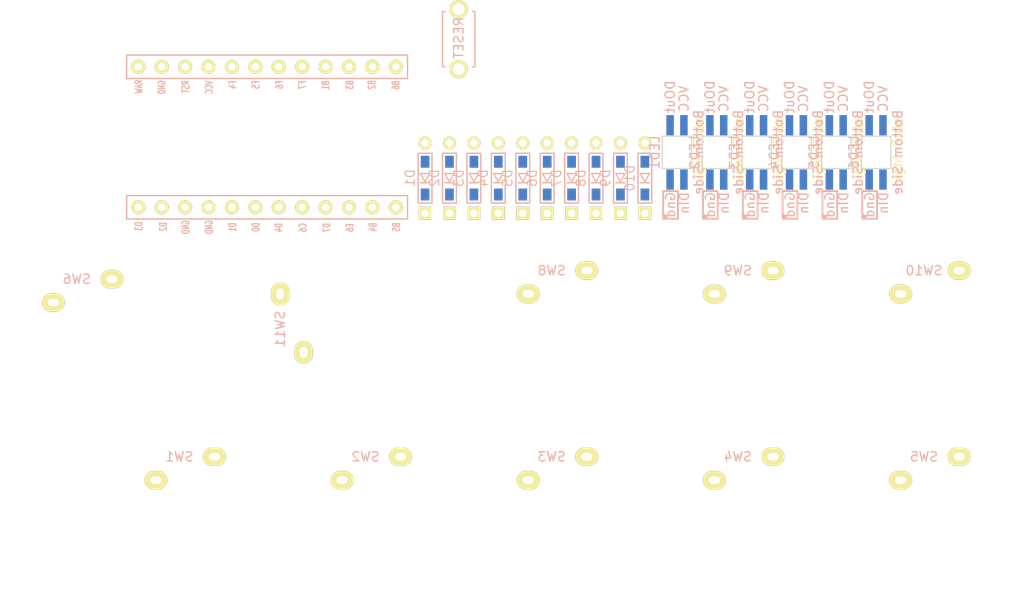
<source format=kicad_pcb>
(kicad_pcb (version 20221018) (generator pcbnew)
  (layers (0 "F.Cu" signal) (31 "B.Cu" signal) (34 "B.Paste" user) (35 "F.Paste" user) (36 "B.SilkS" user "B.Silkscreen") (37 "F.SilkS" user "F.Silkscreen") (38 "B.Mask" user) (39 "F.Mask" user) (44 "Edge.Cuts" user))
  (net 0 "")
  (net 1 "Net-(D1-A)")
  (net 2 "Low0")
  (net 3 "Net-(D2-A)")
  (net 4 "Low1")
  (net 5 "Net-(D3-A)")
  (net 6 "Net-(D4-A)")
  (net 7 "Net-(D5-A)")
  (net 8 "Net-(D6-A)")
  (net 9 "Net-(D7-A)")
  (net 10 "Net-(D8-A)")
  (net 11 "Net-(D9-A)")
  (net 12 "Net-(D10-A)")
  (net 13 "VCC")
  (net 14 "Net-(LED1-DOUT)")
  (net 15 "GND")
  (net 16 "LED")
  (net 17 "Net-(LED2-DOUT)")
  (net 18 "Net-(LED3-DOUT)")
  (net 19 "Net-(LED4-DOUT)")
  (net 20 "Net-(LED5-DOUT)")
  (net 22 "Col0")
  (net 23 "Col1")
  (net 24 "Rest")
  (net 33 "Col2")
  (net 34 "Col3")
  (net 35 "Col4")
  (footprint "kbd_SW:CherryMX_Solder_1u" (layer "F.Cu") (at 104.775 99.24 90)
    (fp_text reference "SW11" (at -1.27 -5.08 90) (layer "B.SilkS") (effects (justify mirror)))
    (fp_text value "SW_PUSH" hide)
    (pad "" np_thru_hole circle (at -5.08 0 180) (size 1.9 1.9) (drill 1.9) (layers "*.Cu" "*.Mask"))
    (pad "" np_thru_hole circle (at 0 0 180) (size 4 4) (drill 4) (layers "*.Cu" "*.Mask"))
    (pad "" np_thru_hole circle (at 5.08 0 180) (size 1.9 1.9) (drill 1.9) (layers "*.Cu" "*.Mask"))
    (pad "1" thru_hole oval (at -3.81 -2.54 90) (size 2.5 2) (drill oval 1.2 0.8) (layers "*.Cu" "F.SilkS" "B.Mask") (net 35 "Col4"))
    (pad "2" thru_hole oval (at 2.54 -5.08 90) (size 2.5 2) (drill oval 1.2 0.8) (layers "*.Cu" "F.SilkS" "B.Mask") (net 12 "Net-(D10-A)"))
  )
  (footprint "kbd_Parts:Micon_ProMicro" (layer "F.Cu") (at 97.513 78.405 90)
    (fp_text reference "U1" hide)
    (fp_text value "ProMicro" hide)
    (fp_text user "GND" (at -11.049 -8.0645 90) (layer "B.SilkS") (effects (font (size 0.75 0.5) (thickness 0.125)) (justify mirror)))
    (fp_text user "RAW" (at 4.191 -13.1445 90) (layer "B.SilkS") (effects (font (size 0.75 0.5) (thickness 0.125)) (justify mirror)))
    (fp_text user "B3" (at 4.4 9.75 90) (layer "B.SilkS") (effects (font (size 0.75 0.5) (thickness 0.125)) (justify mirror)))
    (fp_text user "" (at -1.2065 -16.256 90) (layer "B.SilkS") (effects (justify mirror)))
    (fp_text user "C6" (at -11.1 4.6355 90) (layer "B.SilkS") (effects (font (size 0.75 0.5) (thickness 0.125)) (justify mirror)))
    (fp_text user "D3" (at -10.949 -13.1445 90) (layer "B.SilkS") (effects (font (size 0.75 0.5) (thickness 0.125)) (justify mirror)))
    (fp_text user "B4" (at -11.049 12.2555 90) (layer "B.SilkS") (effects (font (size 0.75 0.5) (thickness 0.125)) (justify mirror)))
    (fp_text user "F7" (at 4.4 4.6 90) (layer "B.SilkS") (effects (font (size 0.75 0.5) (thickness 0.125)) (justify mirror)))
    (fp_text user "VCC" (at 4.1275 -5.5245 90) (layer "B.SilkS") (effects (font (size 0.75 0.5) (thickness 0.125)) (justify mirror)))
    (fp_text user "B6" (at 4.345 14.732 90) (layer "B.SilkS") (effects (font (size 0.75 0.5) (thickness 0.125)) (justify mirror)))
    (fp_text user "D1" (at -11.049 -2.9845 90) (layer "B.SilkS") (effects (font (size 0.75 0.5) (thickness 0.125)) (justify mirror)))
    (fp_text user "B1" (at 4.35 7.112 90) (layer "B.SilkS") (effects (font (size 0.75 0.5) (thickness 0.125)) (justify mirror)))
    (fp_text user "D4" (at -11.1 2.032 90) (layer "B.SilkS") (effects (font (size 0.75 0.5) (thickness 0.125)) (justify mirror)))
    (fp_text user "F4" (at 4.4 -2.95 90) (layer "B.SilkS") (effects (font (size 0.75 0.5) (thickness 0.125)) (justify mirror)))
    (fp_text user "B2" (at 4.4085 12.1285 90) (layer "B.SilkS") (effects (font (size 0.75 0.5) (thickness 0.125)) (justify mirror)))
    (fp_text user "GND" (at 4.1275 -10.668 90) (layer "B.SilkS") (effects (font (size 0.75 0.5) (thickness 0.125)) (justify mirror)))
    (fp_text user "F6" (at 4.4 2.1 90) (layer "B.SilkS") (effects (font (size 0.75 0.5) (thickness 0.125)) (justify mirror)))
    (fp_text user "D0" (at -11.049 -0.4445 90) (layer "B.SilkS") (effects (font (size 0.75 0.5) (thickness 0.125)) (justify mirror)))
    (fp_text user "D7" (at -11.1 7.239 90) (layer "B.SilkS") (effects (font (size 0.75 0.5) (thickness 0.125)) (justify mirror)))
    (fp_text user "GND" (at -11.049 -5.5245 90) (layer "B.SilkS") (effects (font (size 0.75 0.5) (thickness 0.125)) (justify mirror)))
    (fp_text user "F5" (at 4.4 -0.4445 90) (layer "B.SilkS") (effects (font (size 0.75 0.5) (thickness 0.125)) (justify mirror)))
    (fp_text user "D2" (at -11 -10.5 90) (layer "B.SilkS") (effects (font (size 0.75 0.5) (thickness 0.125)) (justify mirror)))
    (fp_text user "RST" (at 4.191 -8.0645 90) (layer "B.SilkS") (effects (font (size 0.75 0.5) (thickness 0.125)) (justify mirror)))
    (fp_text user "E6" (at -11.1 9.75 90) (layer "B.SilkS") (effects (font (size 0.75 0.5) (thickness 0.125)) (justify mirror)))
    (fp_text user "B5" (at -11.049 14.7955 90) (layer "B.SilkS") (effects (font (size 0.75 0.5) (thickness 0.125)) (justify mirror)))
    (fp_text user "" (at -0.5 -17.25 90) (layer "F.SilkS"))
    (fp_line (start -10.16 -14.478) (end -7.62 -14.478) (stroke (width 0.15)) (layer "B.SilkS"))
    (fp_line (start -10.16 16.002) (end -10.16 -14.478) (stroke (width 0.15)) (layer "B.SilkS"))
    (fp_line (start -7.62 -14.478) (end -7.62 16.002) (stroke (width 0.15)) (layer "B.SilkS"))
    (fp_line (start -7.62 16.002) (end -10.16 16.002) (stroke (width 0.15)) (layer "B.SilkS"))
    (fp_line (start 5.08 -14.478) (end 7.62 -14.478) (stroke (width 0.15)) (layer "B.SilkS"))
    (fp_line (start 5.08 16.002) (end 5.08 -14.478) (stroke (width 0.15)) (layer "B.SilkS"))
    (fp_line (start 7.62 -14.478) (end 7.62 16.002) (stroke (width 0.15)) (layer "B.SilkS"))
    (fp_line (start 7.62 16.002) (end 5.08 16.002) (stroke (width 0.15)) (layer "B.SilkS"))
    (pad "1" thru_hole circle (at -8.89 -13.208 90) (size 1.524 1.524) (drill 0.8128) (layers "*.Cu" "*.Mask" "F.SilkS"))
    (pad "2" thru_hole circle (at -8.89 -10.668 90) (size 1.524 1.524) (drill 0.8128) (layers "*.Cu" "*.Mask" "F.SilkS") (net 16 "LED"))
    (pad "3" thru_hole circle (at -8.89 -8.128 90) (size 1.524 1.524) (drill 0.8128) (layers "*.Cu" "*.Mask" "F.SilkS") (net 15 "GND"))
    (pad "4" thru_hole circle (at -8.89 -5.588 90) (size 1.524 1.524) (drill 0.8128) (layers "*.Cu" "*.Mask" "F.SilkS") (net 15 "GND"))
    (pad "5" thru_hole circle (at -8.89 -3.048 90) (size 1.524 1.524) (drill 0.8128) (layers "*.Cu" "*.Mask" "F.SilkS"))
    (pad "6" thru_hole circle (at -8.89 -0.508 90) (size 1.524 1.524) (drill 0.8128) (layers "*.Cu" "*.Mask" "F.SilkS"))
    (pad "7" thru_hole circle (at -8.89 2.032 90) (size 1.524 1.524) (drill 0.8128) (layers "*.Cu" "*.Mask" "F.SilkS") (net 2 "Low0"))
    (pad "8" thru_hole circle (at -8.89 4.572 90) (size 1.524 1.524) (drill 0.8128) (layers "*.Cu" "*.Mask" "F.SilkS") (net 4 "Low1"))
    (pad "9" thru_hole circle (at -8.89 7.112 90) (size 1.524 1.524) (drill 0.8128) (layers "*.Cu" "*.Mask" "F.SilkS"))
    (pad "10" thru_hole circle (at -8.89 9.652 90) (size 1.524 1.524) (drill 0.8128) (layers "*.Cu" "*.Mask" "F.SilkS"))
    (pad "11" thru_hole circle (at -8.89 12.192 90) (size 1.524 1.524) (drill 0.8128) (layers "*.Cu" "*.Mask" "F.SilkS"))
    (pad "12" thru_hole circle (at -8.89 14.732 90) (size 1.524 1.524) (drill 0.8128) (layers "*.Cu" "*.Mask" "F.SilkS"))
    (pad "13" thru_hole circle (at 6.35 14.732 90) (size 1.524 1.524) (drill 0.8128) (layers "*.Cu" "*.Mask" "F.SilkS"))
    (pad "14" thru_hole circle (at 6.35 12.192 90) (size 1.524 1.524) (drill 0.8128) (layers "*.Cu" "*.Mask" "F.SilkS"))
    (pad "15" thru_hole circle (at 6.35 9.652 90) (size 1.524 1.524) (drill 0.8128) (layers "*.Cu" "*.Mask" "F.SilkS"))
    (pad "16" thru_hole circle (at 6.35 7.112 90) (size 1.524 1.524) (drill 0.8128) (layers "*.Cu" "*.Mask" "F.SilkS") (net 35 "Col4"))
    (pad "17" thru_hole circle (at 6.35 4.572 90) (size 1.524 1.524) (drill 0.8128) (layers "*.Cu" "*.Mask" "F.SilkS") (net 34 "Col3"))
    (pad "18" thru_hole circle (at 6.35 2.032 90) (size 1.524 1.524) (drill 0.8128) (layers "*.Cu" "*.Mask" "F.SilkS") (net 33 "Col2"))
    (pad "19" thru_hole circle (at 6.35 -0.508 90) (size 1.524 1.524) (drill 0.8128) (layers "*.Cu" "*.Mask" "F.SilkS") (net 23 "Col1"))
    (pad "20" thru_hole circle (at 6.35 -3.048 90) (size 1.524 1.524) (drill 0.8128) (layers "*.Cu" "*.Mask" "F.SilkS") (net 22 "Col0"))
    (pad "21" thru_hole circle (at 6.35 -5.588 90) (size 1.524 1.524) (drill 0.8128) (layers "*.Cu" "*.Mask" "F.SilkS") (net 13 "VCC"))
    (pad "22" thru_hole circle (at 6.35 -8.128 90) (size 1.524 1.524) (drill 0.8128) (layers "*.Cu" "*.Mask" "F.SilkS") (net 24 "Rest"))
    (pad "23" thru_hole circle (at 6.35 -10.668 90) (size 1.524 1.524) (drill 0.8128) (layers "*.Cu" "*.Mask" "F.SilkS") (net 15 "GND"))
    (pad "24" thru_hole circle (at 6.35 -13.208 90) (size 1.524 1.524) (drill 0.8128) (layers "*.Cu" "*.Mask" "F.SilkS"))
  )
  (footprint "kbd_Parts:LED_SK6812MINI-E_BL" (layer "F.Cu") (at 151.39 81.34 90)
    (fp_text reference "LED3" (at 0 -2.4 90) (layer "B.SilkS") (effects (justify mirror)))
    (fp_text value "LED_SK6812MINI-E")
    (fp_text user "Gnd" (at -5.69 -0.7 90) (layer "B.SilkS") (effects (justify mirror)))
    (fp_text user "VCC" (at 5.82 0.75 90) (layer "B.SilkS") (effects (justify mirror)))
    (fp_text user "DIn" (at -5.49 0.79 90) (layer "B.SilkS") (effects (justify mirror)))
    (fp_text user "DOut" (at 6.03 -0.75 90) (layer "B.SilkS") (effects (justify mirror)))
    (fp_text user "Bottom Side" (at 0 2.35 90) (layer "B.SilkS") (effects (justify mirror)))
    (fp_text user "Light Side" (at 0 2.35 90) (layer "F.SilkS"))
    (fp_line (start -7.2 -1.5) (end -4.2 -1.5) (stroke (width 0.2)) (layer "B.SilkS"))
    (fp_line (start -7.2 0.1) (end -7.2 -1.5) (stroke (width 0.2)) (layer "B.SilkS"))
    (fp_line (start -4.2 -1.5) (end -4.2 0.1) (stroke (width 0.2)) (layer "B.SilkS"))
    (fp_line (start -4.2 0.1) (end -7.2 0.1) (stroke (width 0.2)) (layer "B.SilkS"))
    (fp_poly (pts (xy -6.6 -1.5) (xy -7.2 -1.5) (xy -7.2 -0.9)) (stroke (width 0.1)) (fill solid) (layer "B.SilkS"))
    (fp_line (start -1.75 -1.6) (end 1.75 -1.6) (stroke (width 0.12)) (layer "Edge.Cuts"))
    (fp_line (start -1.75 1.6) (end -1.75 -1.6) (stroke (width 0.12)) (layer "Edge.Cuts"))
    (fp_line (start 1.75 -1.6) (end 1.75 1.6) (stroke (width 0.12)) (layer "Edge.Cuts"))
    (fp_line (start 1.75 1.6) (end -1.75 1.6) (stroke (width 0.12)) (layer "Edge.Cuts"))
    (pad "1" smd rect (at 2.6 -0.75 90) (size 2.2 0.82) (drill (offset 0.35 0)) (layers "B.Cu" "B.Paste" "B.Mask") (net 18 "Net-(LED3-DOUT)"))
    (pad "2" smd rect (at -2.6 -0.75 90) (size 2.2 0.82) (drill (offset -0.35 0)) (layers "B.Cu" "B.Paste" "B.Mask") (net 15 "GND"))
    (pad "3" smd rect (at -2.6 0.75 90) (size 2.2 0.82) (drill (offset -0.35 0)) (layers "B.Cu" "B.Paste" "B.Mask") (net 17 "Net-(LED2-DOUT)"))
    (pad "4" smd rect (at 2.6 0.75 90) (size 2.2 0.82) (drill (offset 0.35 0)) (layers "B.Cu" "B.Paste" "B.Mask") (net 13 "VCC"))
  )
  (footprint "kbd_Parts:Diode_TH_SMD" (layer "F.Cu") (at 126.015 84.1315 90)
    (fp_text reference "D5" (at 0 -1.63 90) (layer "B.SilkS") (effects (font (thickness 0.125)) (justify mirror)))
    (fp_text value "D" hide)
    (fp_line (start -2.7 -0.75) (end -2.7 0.75) (stroke (width 0.15)) (layer "B.SilkS"))
    (fp_line (start -2.7 0.75) (end 2.7 0.75) (stroke (width 0.15)) (layer "B.SilkS"))
    (fp_line (start -0.5 -0.5) (end -0.5 0.5) (stroke (width 0.15)) (layer "B.SilkS"))
    (fp_line (start -0.4 0) (end 0.5 -0.5) (stroke (width 0.15)) (layer "B.SilkS"))
    (fp_line (start 0.5 -0.5) (end 0.5 0.5) (stroke (width 0.15)) (layer "B.SilkS"))
    (fp_line (start 0.5 0.5) (end -0.4 0) (stroke (width 0.15)) (layer "B.SilkS"))
    (fp_line (start 2.7 -0.75) (end -2.7 -0.75) (stroke (width 0.15)) (layer "B.SilkS"))
    (fp_line (start 2.7 0.75) (end 2.7 -0.75) (stroke (width 0.15)) (layer "B.SilkS"))
    (pad "1" thru_hole rect (at -3.81 0 90) (size 1.397 1.397) (drill 0.8128) (layers "*.Cu" "*.Mask" "F.SilkS") (net 2 "Low0"))
    (pad "1" smd rect (at -1.775 0 90) (size 1.3 0.95) (layers "B.Cu" "B.Paste" "B.Mask") (net 2 "Low0"))
    (pad "2" smd rect (at 1.775 0 90) (size 1.3 0.95) (layers "B.Cu" "B.Paste" "B.Mask") (net 7 "Net-(D5-A)"))
    (pad "2" thru_hole circle (at 3.81 0 90) (size 1.397 1.397) (drill 0.8128) (layers "*.Cu" "*.Mask" "F.SilkS") (net 7 "Net-(D5-A)"))
  )
  (footprint "kbd_Parts:LED_SK6812MINI-E_BL" (layer "F.Cu") (at 142.75 81.34 90)
    (fp_text reference "LED1" (at 0 -2.4 90) (layer "B.SilkS") (effects (justify mirror)))
    (fp_text value "LED_SK6812MINI-E")
    (fp_text user "VCC" (at 5.82 0.75 90) (layer "B.SilkS") (effects (justify mirror)))
    (fp_text user "Bottom Side" (at 0 2.35 90) (layer "B.SilkS") (effects (justify mirror)))
    (fp_text user "DOut" (at 6.03 -0.75 90) (layer "B.SilkS") (effects (justify mirror)))
    (fp_text user "DIn" (at -5.49 0.79 90) (layer "B.SilkS") (effects (justify mirror)))
    (fp_text user "Gnd" (at -5.69 -0.7 90) (layer "B.SilkS") (effects (justify mirror)))
    (fp_text user "Light Side" (at 0 2.35 90) (layer "F.SilkS"))
    (fp_line (start -7.2 -1.5) (end -4.2 -1.5) (stroke (width 0.2)) (layer "B.SilkS"))
    (fp_line (start -7.2 0.1) (end -7.2 -1.5) (stroke (width 0.2)) (layer "B.SilkS"))
    (fp_line (start -4.2 -1.5) (end -4.2 0.1) (stroke (width 0.2)) (layer "B.SilkS"))
    (fp_line (start -4.2 0.1) (end -7.2 0.1) (stroke (width 0.2)) (layer "B.SilkS"))
    (fp_poly (pts (xy -6.6 -1.5) (xy -7.2 -1.5) (xy -7.2 -0.9)) (stroke (width 0.1)) (fill solid) (layer "B.SilkS"))
    (fp_line (start -1.75 -1.6) (end 1.75 -1.6) (stroke (width 0.12)) (layer "Edge.Cuts"))
    (fp_line (start -1.75 1.6) (end -1.75 -1.6) (stroke (width 0.12)) (layer "Edge.Cuts"))
    (fp_line (start 1.75 -1.6) (end 1.75 1.6) (stroke (width 0.12)) (layer "Edge.Cuts"))
    (fp_line (start 1.75 1.6) (end -1.75 1.6) (stroke (width 0.12)) (layer "Edge.Cuts"))
    (pad "1" smd rect (at 2.6 -0.75 90) (size 2.2 0.82) (drill (offset 0.35 0)) (layers "B.Cu" "B.Paste" "B.Mask") (net 14 "Net-(LED1-DOUT)"))
    (pad "2" smd rect (at -2.6 -0.75 90) (size 2.2 0.82) (drill (offset -0.35 0)) (layers "B.Cu" "B.Paste" "B.Mask") (net 15 "GND"))
    (pad "3" smd rect (at -2.6 0.75 90) (size 2.2 0.82) (drill (offset -0.35 0)) (layers "B.Cu" "B.Paste" "B.Mask") (net 16 "LED"))
    (pad "4" smd rect (at 2.6 0.75 90) (size 2.2 0.82) (drill (offset 0.35 0)) (layers "B.Cu" "B.Paste" "B.Mask") (net 13 "VCC"))
  )
  (footprint "kbd_Parts:Diode_TH_SMD" (layer "F.Cu") (at 123.365 84.1315 90)
    (fp_text reference "D4" (at 0 -1.63 90) (layer "B.SilkS") (effects (font (thickness 0.125)) (justify mirror)))
    (fp_text value "D" hide)
    (fp_line (start -2.7 -0.75) (end -2.7 0.75) (stroke (width 0.15)) (layer "B.SilkS"))
    (fp_line (start -2.7 0.75) (end 2.7 0.75) (stroke (width 0.15)) (layer "B.SilkS"))
    (fp_line (start -0.5 -0.5) (end -0.5 0.5) (stroke (width 0.15)) (layer "B.SilkS"))
    (fp_line (start -0.4 0) (end 0.5 -0.5) (stroke (width 0.15)) (layer "B.SilkS"))
    (fp_line (start 0.5 -0.5) (end 0.5 0.5) (stroke (width 0.15)) (layer "B.SilkS"))
    (fp_line (start 0.5 0.5) (end -0.4 0) (stroke (width 0.15)) (layer "B.SilkS"))
    (fp_line (start 2.7 -0.75) (end -2.7 -0.75) (stroke (width 0.15)) (layer "B.SilkS"))
    (fp_line (start 2.7 0.75) (end 2.7 -0.75) (stroke (width 0.15)) (layer "B.SilkS"))
    (pad "1" thru_hole rect (at -3.81 0 90) (size 1.397 1.397) (drill 0.8128) (layers "*.Cu" "*.Mask" "F.SilkS") (net 4 "Low1"))
    (pad "1" smd rect (at -1.775 0 90) (size 1.3 0.95) (layers "B.Cu" "B.Paste" "B.Mask") (net 4 "Low1"))
    (pad "2" smd rect (at 1.775 0 90) (size 1.3 0.95) (layers "B.Cu" "B.Paste" "B.Mask") (net 6 "Net-(D4-A)"))
    (pad "2" thru_hole circle (at 3.81 0 90) (size 1.397 1.397) (drill 0.8128) (layers "*.Cu" "*.Mask" "F.SilkS") (net 6 "Net-(D4-A)"))
  )
  (footprint "kbd_SW:CherryMX_Solder_1u" (layer "F.Cu") (at 90.02 119.44)
    (fp_text reference "SW1" (at -1.27 -5.08) (layer "B.SilkS") (effects (justify mirror)))
    (fp_text value "SW_PUSH" hide)
    (pad "" np_thru_hole circle (at -5.08 0 90) (size 1.9 1.9) (drill 1.9) (layers "*.Cu" "*.Mask"))
    (pad "" np_thru_hole circle (at 0 0 90) (size 4 4) (drill 4) (layers "*.Cu" "*.Mask"))
    (pad "" np_thru_hole circle (at 5.08 0 90) (size 1.9 1.9) (drill 1.9) (layers "*.Cu" "*.Mask"))
    (pad "1" thru_hole oval (at -3.81 -2.54) (size 2.5 2) (drill oval 1.2 0.8) (layers "*.Cu" "F.SilkS" "B.Mask") (net 22 "Col0"))
    (pad "2" thru_hole oval (at 2.54 -5.08) (size 2.5 2) (drill oval 1.2 0.8) (layers "*.Cu" "F.SilkS" "B.Mask") (net 1 "Net-(D1-A)"))
  )
  (footprint "kbd_Parts:LED_SK6812MINI-E_BL" (layer "F.Cu") (at 164.35 81.34 90)
    (fp_text reference "LED6" (at 0 -2.4 90) (layer "B.SilkS") (effects (justify mirror)))
    (fp_text value "LED_SK6812MINI-E")
    (fp_text user "DIn" (at -5.49 0.79 90) (layer "B.SilkS") (effects (justify mirror)))
    (fp_text user "VCC" (at 5.82 0.75 90) (layer "B.SilkS") (effects (justify mirror)))
    (fp_text user "DOut" (at 6.03 -0.75 90) (layer "B.SilkS") (effects (justify mirror)))
    (fp_text user "Bottom Side" (at 0 2.35 90) (layer "B.SilkS") (effects (justify mirror)))
    (fp_text user "Gnd" (at -5.69 -0.7 90) (layer "B.SilkS") (effects (justify mirror)))
    (fp_text user "Light Side" (at 0 2.35 90) (layer "F.SilkS"))
    (fp_line (start -7.2 -1.5) (end -4.2 -1.5) (stroke (width 0.2)) (layer "B.SilkS"))
    (fp_line (start -7.2 0.1) (end -7.2 -1.5) (stroke (width 0.2)) (layer "B.SilkS"))
    (fp_line (start -4.2 -1.5) (end -4.2 0.1) (stroke (width 0.2)) (layer "B.SilkS"))
    (fp_line (start -4.2 0.1) (end -7.2 0.1) (stroke (width 0.2)) (layer "B.SilkS"))
    (fp_poly (pts (xy -6.6 -1.5) (xy -7.2 -1.5) (xy -7.2 -0.9)) (stroke (width 0.1)) (fill solid) (layer "B.SilkS"))
    (fp_line (start -1.75 -1.6) (end 1.75 -1.6) (stroke (width 0.12)) (layer "Edge.Cuts"))
    (fp_line (start -1.75 1.6) (end -1.75 -1.6) (stroke (width 0.12)) (layer "Edge.Cuts"))
    (fp_line (start 1.75 -1.6) (end 1.75 1.6) (stroke (width 0.12)) (layer "Edge.Cuts"))
    (fp_line (start 1.75 1.6) (end -1.75 1.6) (stroke (width 0.12)) (layer "Edge.Cuts"))
    (pad "1" smd rect (at 2.6 -0.75 90) (size 2.2 0.82) (drill (offset 0.35 0)) (layers "B.Cu" "B.Paste" "B.Mask"))
    (pad "2" smd rect (at -2.6 -0.75 90) (size 2.2 0.82) (drill (offset -0.35 0)) (layers "B.Cu" "B.Paste" "B.Mask") (net 15 "GND"))
    (pad "3" smd rect (at -2.6 0.75 90) (size 2.2 0.82) (drill (offset -0.35 0)) (layers "B.Cu" "B.Paste" "B.Mask") (net 20 "Net-(LED5-DOUT)"))
    (pad "4" smd rect (at 2.6 0.75 90) (size 2.2 0.82) (drill (offset 0.35 0)) (layers "B.Cu" "B.Paste" "B.Mask") (net 13 "VCC"))
  )
  (footprint "kbd_Parts:Diode_TH_SMD" (layer "F.Cu") (at 133.965 84.1315 90)
    (fp_text reference "D8" (at 0 -1.63 90) (layer "B.SilkS") (effects (font (thickness 0.125)) (justify mirror)))
    (fp_text value "D" hide)
    (fp_line (start -2.7 -0.75) (end -2.7 0.75) (stroke (width 0.15)) (layer "B.SilkS"))
    (fp_line (start -2.7 0.75) (end 2.7 0.75) (stroke (width 0.15)) (layer "B.SilkS"))
    (fp_line (start -0.5 -0.5) (end -0.5 0.5) (stroke (width 0.15)) (layer "B.SilkS"))
    (fp_line (start -0.4 0) (end 0.5 -0.5) (stroke (width 0.15)) (layer "B.SilkS"))
    (fp_line (start 0.5 -0.5) (end 0.5 0.5) (stroke (width 0.15)) (layer "B.SilkS"))
    (fp_line (start 0.5 0.5) (end -0.4 0) (stroke (width 0.15)) (layer "B.SilkS"))
    (fp_line (start 2.7 -0.75) (end -2.7 -0.75) (stroke (width 0.15)) (layer "B.SilkS"))
    (fp_line (start 2.7 0.75) (end 2.7 -0.75) (stroke (width 0.15)) (layer "B.SilkS"))
    (pad "1" thru_hole rect (at -3.81 0 90) (size 1.397 1.397) (drill 0.8128) (layers "*.Cu" "*.Mask" "F.SilkS") (net 4 "Low1"))
    (pad "1" smd rect (at -1.775 0 90) (size 1.3 0.95) (layers "B.Cu" "B.Paste" "B.Mask") (net 4 "Low1"))
    (pad "2" smd rect (at 1.775 0 90) (size 1.3 0.95) (layers "B.Cu" "B.Paste" "B.Mask") (net 10 "Net-(D8-A)"))
    (pad "2" thru_hole circle (at 3.81 0 90) (size 1.397 1.397) (drill 0.8128) (layers "*.Cu" "*.Mask" "F.SilkS") (net 10 "Net-(D8-A)"))
  )
  (footprint "kbd_Parts:Diode_TH_SMD" (layer "F.Cu") (at 115.415 84.1315 90)
    (fp_text reference "D1" (at 0 -1.63 90) (layer "B.SilkS") (effects (font (thickness 0.125)) (justify mirror)))
    (fp_text value "D" hide)
    (fp_line (start -2.7 -0.75) (end -2.7 0.75) (stroke (width 0.15)) (layer "B.SilkS"))
    (fp_line (start -2.7 0.75) (end 2.7 0.75) (stroke (width 0.15)) (layer "B.SilkS"))
    (fp_line (start -0.5 -0.5) (end -0.5 0.5) (stroke (width 0.15)) (layer "B.SilkS"))
    (fp_line (start -0.4 0) (end 0.5 -0.5) (stroke (width 0.15)) (layer "B.SilkS"))
    (fp_line (start 0.5 -0.5) (end 0.5 0.5) (stroke (width 0.15)) (layer "B.SilkS"))
    (fp_line (start 0.5 0.5) (end -0.4 0) (stroke (width 0.15)) (layer "B.SilkS"))
    (fp_line (start 2.7 -0.75) (end -2.7 -0.75) (stroke (width 0.15)) (layer "B.SilkS"))
    (fp_line (start 2.7 0.75) (end 2.7 -0.75) (stroke (width 0.15)) (layer "B.SilkS"))
    (pad "1" thru_hole rect (at -3.81 0 90) (size 1.397 1.397) (drill 0.8128) (layers "*.Cu" "*.Mask" "F.SilkS") (net 2 "Low0"))
    (pad "1" smd rect (at -1.775 0 90) (size 1.3 0.95) (layers "B.Cu" "B.Paste" "B.Mask") (net 2 "Low0"))
    (pad "2" smd rect (at 1.775 0 90) (size 1.3 0.95) (layers "B.Cu" "B.Paste" "B.Mask") (net 1 "Net-(D1-A)"))
    (pad "2" thru_hole circle (at 3.81 0 90) (size 1.397 1.397) (drill 0.8128) (layers "*.Cu" "*.Mask" "F.SilkS") (net 1 "Net-(D1-A)"))
  )
  (footprint "kbd_SW:CherryMX_Solder_1u" (layer "F.Cu") (at 78.89875 100.17125)
    (fp_text reference "SW6" (at -1.27 -5.08) (layer "B.SilkS") (effects (justify mirror)))
    (fp_text value "SW_PUSH" hide)
    (pad "" np_thru_hole circle (at -5.08 0 90) (size 1.9 1.9) (drill 1.9) (layers "*.Cu" "*.Mask"))
    (pad "" np_thru_hole circle (at 0 0 90) (size 4 4) (drill 4) (layers "*.Cu" "*.Mask"))
    (pad "" np_thru_hole circle (at 5.08 0 90) (size 1.9 1.9) (drill 1.9) (layers "*.Cu" "*.Mask"))
    (pad "1" thru_hole oval (at -3.81 -2.54) (size 2.5 2) (drill oval 1.2 0.8) (layers "*.Cu" "F.SilkS" "B.Mask") (net 33 "Col2"))
    (pad "2" thru_hole oval (at 2.54 -5.08) (size 2.5 2) (drill oval 1.2 0.8) (layers "*.Cu" "F.SilkS" "B.Mask") (net 8 "Net-(D6-A)"))
  )
  (footprint "kbd_Parts:Diode_TH_SMD" (layer "F.Cu") (at 136.615 84.1315 90)
    (fp_text reference "D9" (at 0 -1.63 90) (layer "B.SilkS") (effects (font (thickness 0.125)) (justify mirror)))
    (fp_text value "D" hide)
    (fp_line (start -2.7 -0.75) (end -2.7 0.75) (stroke (width 0.15)) (layer "B.SilkS"))
    (fp_line (start -2.7 0.75) (end 2.7 0.75) (stroke (width 0.15)) (layer "B.SilkS"))
    (fp_line (start -0.5 -0.5) (end -0.5 0.5) (stroke (width 0.15)) (layer "B.SilkS"))
    (fp_line (start -0.4 0) (end 0.5 -0.5) (stroke (width 0.15)) (layer "B.SilkS"))
    (fp_line (start 0.5 -0.5) (end 0.5 0.5) (stroke (width 0.15)) (layer "B.SilkS"))
    (fp_line (start 0.5 0.5) (end -0.4 0) (stroke (width 0.15)) (layer "B.SilkS"))
    (fp_line (start 2.7 -0.75) (end -2.7 -0.75) (stroke (width 0.15)) (layer "B.SilkS"))
    (fp_line (start 2.7 0.75) (end 2.7 -0.75) (stroke (width 0.15)) (layer "B.SilkS"))
    (pad "1" thru_hole rect (at -3.81 0 90) (size 1.397 1.397) (drill 0.8128) (layers "*.Cu" "*.Mask" "F.SilkS") (net 2 "Low0"))
    (pad "1" smd rect (at -1.775 0 90) (size 1.3 0.95) (layers "B.Cu" "B.Paste" "B.Mask") (net 2 "Low0"))
    (pad "2" smd rect (at 1.775 0 90) (size 1.3 0.95) (layers "B.Cu" "B.Paste" "B.Mask") (net 11 "Net-(D9-A)"))
    (pad "2" thru_hole circle (at 3.81 0 90) (size 1.397 1.397) (drill 0.8128) (layers "*.Cu" "*.Mask" "F.SilkS") (net 11 "Net-(D9-A)"))
  )
  (footprint "kbd_Parts:Diode_TH_SMD" (layer "F.Cu") (at 139.265 84.1315 90)
    (fp_text reference "D10" (at 0 -1.63 90) (layer "B.SilkS") (effects (font (thickness 0.125)) (justify mirror)))
    (fp_text value "D" hide)
    (fp_line (start -2.7 -0.75) (end -2.7 0.75) (stroke (width 0.15)) (layer "B.SilkS"))
    (fp_line (start -2.7 0.75) (end 2.7 0.75) (stroke (width 0.15)) (layer "B.SilkS"))
    (fp_line (start -0.5 -0.5) (end -0.5 0.5) (stroke (width 0.15)) (layer "B.SilkS"))
    (fp_line (start -0.4 0) (end 0.5 -0.5) (stroke (width 0.15)) (layer "B.SilkS"))
    (fp_line (start 0.5 -0.5) (end 0.5 0.5) (stroke (width 0.15)) (layer "B.SilkS"))
    (fp_line (start 0.5 0.5) (end -0.4 0) (stroke (width 0.15)) (layer "B.SilkS"))
    (fp_line (start 2.7 -0.75) (end -2.7 -0.75) (stroke (width 0.15)) (layer "B.SilkS"))
    (fp_line (start 2.7 0.75) (end 2.7 -0.75) (stroke (width 0.15)) (layer "B.SilkS"))
    (pad "1" thru_hole rect (at -3.81 0 90) (size 1.397 1.397) (drill 0.8128) (layers "*.Cu" "*.Mask" "F.SilkS") (net 4 "Low1"))
    (pad "1" smd rect (at -1.775 0 90) (size 1.3 0.95) (layers "B.Cu" "B.Paste" "B.Mask") (net 4 "Low1"))
    (pad "2" smd rect (at 1.775 0 90) (size 1.3 0.95) (layers "B.Cu" "B.Paste" "B.Mask") (net 12 "Net-(D10-A)"))
    (pad "2" thru_hole circle (at 3.81 0 90) (size 1.397 1.397) (drill 0.8128) (layers "*.Cu" "*.Mask" "F.SilkS") (net 12 "Net-(D10-A)"))
  )
  (footprint "kbd_Parts:LED_SK6812MINI-E_BL" (layer "F.Cu") (at 160.03 81.34 90)
    (fp_text reference "LED5" (at 0 -2.4 90) (layer "B.SilkS") (effects (justify mirror)))
    (fp_text value "LED_SK6812MINI-E")
    (fp_text user "DOut" (at 6.03 -0.75 90) (layer "B.SilkS") (effects (justify mirror)))
    (fp_text user "Bottom Side" (at 0 2.35 90) (layer "B.SilkS") (effects (justify mirror)))
    (fp_text user "DIn" (at -5.49 0.79 90) (layer "B.SilkS") (effects (justify mirror)))
    (fp_text user "VCC" (at 5.82 0.75 90) (layer "B.SilkS") (effects (justify mirror)))
    (fp_text user "Gnd" (at -5.69 -0.7 90) (layer "B.SilkS") (effects (justify mirror)))
    (fp_text user "Light Side" (at 0 2.35 90) (layer "F.SilkS"))
    (fp_line (start -7.2 -1.5) (end -4.2 -1.5) (stroke (width 0.2)) (layer "B.SilkS"))
    (fp_line (start -7.2 0.1) (end -7.2 -1.5) (stroke (width 0.2)) (layer "B.SilkS"))
    (fp_line (start -4.2 -1.5) (end -4.2 0.1) (stroke (width 0.2)) (layer "B.SilkS"))
    (fp_line (start -4.2 0.1) (end -7.2 0.1) (stroke (width 0.2)) (layer "B.SilkS"))
    (fp_poly (pts (xy -6.6 -1.5) (xy -7.2 -1.5) (xy -7.2 -0.9)) (stroke (width 0.1)) (fill solid) (layer "B.SilkS"))
    (fp_line (start -1.75 -1.6) (end 1.75 -1.6) (stroke (width 0.12)) (layer "Edge.Cuts"))
    (fp_line (start -1.75 1.6) (end -1.75 -1.6) (stroke (width 0.12)) (layer "Edge.Cuts"))
    (fp_line (start 1.75 -1.6) (end 1.75 1.6) (stroke (width 0.12)) (layer "Edge.Cuts"))
    (fp_line (start 1.75 1.6) (end -1.75 1.6) (stroke (width 0.12)) (layer "Edge.Cuts"))
    (pad "1" smd rect (at 2.6 -0.75 90) (size 2.2 0.82) (drill (offset 0.35 0)) (layers "B.Cu" "B.Paste" "B.Mask") (net 20 "Net-(LED5-DOUT)"))
    (pad "2" smd rect (at -2.6 -0.75 90) (size 2.2 0.82) (drill (offset -0.35 0)) (layers "B.Cu" "B.Paste" "B.Mask") (net 15 "GND"))
    (pad "3" smd rect (at -2.6 0.75 90) (size 2.2 0.82) (drill (offset -0.35 0)) (layers "B.Cu" "B.Paste" "B.Mask") (net 19 "Net-(LED4-DOUT)"))
    (pad "4" smd rect (at 2.6 0.75 90) (size 2.2 0.82) (drill (offset 0.35 0)) (layers "B.Cu" "B.Paste" "B.Mask") (net 13 "VCC"))
  )
  (footprint "kbd_Parts:LED_SK6812MINI-E_BL" (layer "F.Cu") (at 147.07 81.34 90)
    (fp_text reference "LED2" (at 0 -2.4 90) (layer "B.SilkS") (effects (justify mirror)))
    (fp_text value "LED_SK6812MINI-E")
    (fp_text user "DOut" (at 6.03 -0.75 90) (layer "B.SilkS") (effects (justify mirror)))
    (fp_text user "Gnd" (at -5.69 -0.7 90) (layer "B.SilkS") (effects (justify mirror)))
    (fp_text user "DIn" (at -5.49 0.79 90) (layer "B.SilkS") (effects (justify mirror)))
    (fp_text user "Bottom Side" (at 0 2.35 90) (layer "B.SilkS") (effects (justify mirror)))
    (fp_text user "VCC" (at 5.82 0.75 90) (layer "B.SilkS") (effects (justify mirror)))
    (fp_text user "Light Side" (at 0 2.35 90) (layer "F.SilkS"))
    (fp_line (start -7.2 -1.5) (end -4.2 -1.5) (stroke (width 0.2)) (layer "B.SilkS"))
    (fp_line (start -7.2 0.1) (end -7.2 -1.5) (stroke (width 0.2)) (layer "B.SilkS"))
    (fp_line (start -4.2 -1.5) (end -4.2 0.1) (stroke (width 0.2)) (layer "B.SilkS"))
    (fp_line (start -4.2 0.1) (end -7.2 0.1) (stroke (width 0.2)) (layer "B.SilkS"))
    (fp_poly (pts (xy -6.6 -1.5) (xy -7.2 -1.5) (xy -7.2 -0.9)) (stroke (width 0.1)) (fill solid) (layer "B.SilkS"))
    (fp_line (start -1.75 -1.6) (end 1.75 -1.6) (stroke (width 0.12)) (layer "Edge.Cuts"))
    (fp_line (start -1.75 1.6) (end -1.75 -1.6) (stroke (width 0.12)) (layer "Edge.Cuts"))
    (fp_line (start 1.75 -1.6) (end 1.75 1.6) (stroke (width 0.12)) (layer "Edge.Cuts"))
    (fp_line (start 1.75 1.6) (end -1.75 1.6) (stroke (width 0.12)) (layer "Edge.Cuts"))
    (pad "1" smd rect (at 2.6 -0.75 90) (size 2.2 0.82) (drill (offset 0.35 0)) (layers "B.Cu" "B.Paste" "B.Mask") (net 17 "Net-(LED2-DOUT)"))
    (pad "2" smd rect (at -2.6 -0.75 90) (size 2.2 0.82) (drill (offset -0.35 0)) (layers "B.Cu" "B.Paste" "B.Mask") (net 15 "GND"))
    (pad "3" smd rect (at -2.6 0.75 90) (size 2.2 0.82) (drill (offset -0.35 0)) (layers "B.Cu" "B.Paste" "B.Mask") (net 14 "Net-(LED1-DOUT)"))
    (pad "4" smd rect (at 2.6 0.75 90) (size 2.2 0.82) (drill (offset 0.35 0)) (layers "B.Cu" "B.Paste" "B.Mask") (net 13 "VCC"))
  )
  (footprint "kbd_Parts:LED_SK6812MINI-E_BL" (layer "F.Cu") (at 155.71 81.34 90)
    (fp_text reference "LED4" (at 0 -2.4 90) (layer "B.SilkS") (effects (justify mirror)))
    (fp_text value "LED_SK6812MINI-E")
    (fp_text user "DIn" (at -5.49 0.79 90) (layer "B.SilkS") (effects (justify mirror)))
    (fp_text user "Bottom Side" (at 0 2.35 90) (layer "B.SilkS") (effects (justify mirror)))
    (fp_text user "Gnd" (at -5.69 -0.7 90) (layer "B.SilkS") (effects (justify mirror)))
    (fp_text user "VCC" (at 5.82 0.75 90) (layer "B.SilkS") (effects (justify mirror)))
    (fp_text user "DOut" (at 6.03 -0.75 90) (layer "B.SilkS") (effects (justify mirror)))
    (fp_text user "Light Side" (at 0 2.35 90) (layer "F.SilkS"))
    (fp_line (start -7.2 -1.5) (end -4.2 -1.5) (stroke (width 0.2)) (layer "B.SilkS"))
    (fp_line (start -7.2 0.1) (end -7.2 -1.5) (stroke (width 0.2)) (layer "B.SilkS"))
    (fp_line (start -4.2 -1.5) (end -4.2 0.1) (stroke (width 0.2)) (layer "B.SilkS"))
    (fp_line (start -4.2 0.1) (end -7.2 0.1) (stroke (width 0.2)) (layer "B.SilkS"))
    (fp_poly (pts (xy -6.6 -1.5) (xy -7.2 -1.5) (xy -7.2 -0.9)) (stroke (width 0.1)) (fill solid) (layer "B.SilkS"))
    (fp_line (start -1.75 -1.6) (end 1.75 -1.6) (stroke (width 0.12)) (layer "Edge.Cuts"))
    (fp_line (start -1.75 1.6) (end -1.75 -1.6) (stroke (width 0.12)) (layer "Edge.Cuts"))
    (fp_line (start 1.75 -1.6) (end 1.75 1.6) (stroke (width 0.12)) (layer "Edge.Cuts"))
    (fp_line (start 1.75 1.6) (end -1.75 1.6) (stroke (width 0.12)) (layer "Edge.Cuts"))
    (pad "1" smd rect (at 2.6 -0.75 90) (size 2.2 0.82) (drill (offset 0.35 0)) (layers "B.Cu" "B.Paste" "B.Mask") (net 19 "Net-(LED4-DOUT)"))
    (pad "2" smd rect (at -2.6 -0.75 90) (size 2.2 0.82) (drill (offset -0.35 0)) (layers "B.Cu" "B.Paste" "B.Mask") (net 15 "GND"))
    (pad "3" smd rect (at -2.6 0.75 90) (size 2.2 0.82) (drill (offset -0.35 0)) (layers "B.Cu" "B.Paste" "B.Mask") (net 18 "Net-(LED3-DOUT)"))
    (pad "4" smd rect (at 2.6 0.75 90) (size 2.2 0.82) (drill (offset 0.35 0)) (layers "B.Cu" "B.Paste" "B.Mask") (net 13 "VCC"))
  )
  (footprint "kbd_SW:CherryMX_Solder_1u" (layer "F.Cu") (at 130.42 119.44)
    (fp_text reference "SW3" (at -1.27 -5.08) (layer "B.SilkS") (effects (justify mirror)))
    (fp_text value "SW_PUSH" hide)
    (pad "" np_thru_hole circle (at -5.08 0 90) (size 1.9 1.9) (drill 1.9) (layers "*.Cu" "*.Mask"))
    (pad "" np_thru_hole circle (at 0 0 90) (size 4 4) (drill 4) (layers "*.Cu" "*.Mask"))
    (pad "" np_thru_hole circle (at 5.08 0 90) (size 1.9 1.9) (drill 1.9) (layers "*.Cu" "*.Mask"))
    (pad "1" thru_hole oval (at -3.81 -2.54) (size 2.5 2) (drill oval 1.2 0.8) (layers "*.Cu" "F.SilkS" "B.Mask") (net 23 "Col1"))
    (pad "2" thru_hole oval (at 2.54 -5.08) (size 2.5 2) (drill oval 1.2 0.8) (layers "*.Cu" "F.SilkS" "B.Mask") (net 5 "Net-(D3-A)"))
  )
  (footprint "kbd_SW:CherryMX_Solder_1u" (layer "F.Cu") (at 110.22 119.44)
    (fp_text reference "SW2" (at -1.27 -5.08) (layer "B.SilkS") (effects (justify mirror)))
    (fp_text value "SW_PUSH" hide)
    (pad "" np_thru_hole circle (at -5.08 0 90) (size 1.9 1.9) (drill 1.9) (layers "*.Cu" "*.Mask"))
    (pad "" np_thru_hole circle (at 0 0 90) (size 4 4) (drill 4) (layers "*.Cu" "*.Mask"))
    (pad "" np_thru_hole circle (at 5.08 0 90) (size 1.9 1.9) (drill 1.9) (layers "*.Cu" "*.Mask"))
    (pad "1" thru_hole oval (at -3.81 -2.54) (size 2.5 2) (drill oval 1.2 0.8) (layers "*.Cu" "F.SilkS" "B.Mask") (net 22 "Col0"))
    (pad "2" thru_hole oval (at 2.54 -5.08) (size 2.5 2) (drill oval 1.2 0.8) (layers "*.Cu" "F.SilkS" "B.Mask") (net 3 "Net-(D2-A)"))
  )
  (footprint "kbd_Parts:ResetSW" (layer "F.Cu") (at 119.0625 69.05625 90)
    (fp_text reference "SW7" hide)
    (fp_text value "SW_PUSH")
    (fp_text user "RESET" (at 0.127 0 90) (layer "B.SilkS") (effects (justify mirror)))
    (fp_line (start -3 -1.75) (end 3 -1.75) (stroke (width 0.15)) (layer "B.SilkS"))
    (fp_line (start -3 -1.5) (end -3 -1.75) (stroke (width 0.15)) (layer "B.SilkS"))
    (fp_line (start -3 1.75) (end -3 1.5) (stroke (width 0.15)) (layer "B.SilkS"))
    (fp_line (start 3 -1.75) (end 3 -1.5) (stroke (width 0.15)) (layer "B.SilkS"))
    (fp_line (start 3 1.5) (end 3 1.75) (stroke (width 0.15)) (layer "B.SilkS"))
    (fp_line (start 3 1.75) (end -3 1.75) (stroke (width 0.15)) (layer "B.SilkS"))
    (pad "1" thru_hole circle (at 3.25 0 90) (size 2 2) (drill 1.3) (layers "*.Cu" "*.Mask" "F.SilkS") (net 24 "Rest"))
    (pad "2" thru_hole circle (at -3.25 0 90) (size 2 2) (drill 1.3) (layers "*.Cu" "*.Mask" "F.SilkS") (net 15 "GND"))
  )
  (footprint "kbd_SW:CherryMX_Solder_1u" (layer "F.Cu") (at 150.62 99.24)
    (fp_text reference "SW9" (at -1.27 -5.08) (layer "B.SilkS") (effects (justify mirror)))
    (fp_text value "SW_PUSH" hide)
    (pad "" np_thru_hole circle (at -5.08 0 90) (size 1.9 1.9) (drill 1.9) (layers "*.Cu" "*.Mask"))
    (pad "" np_thru_hole circle (at 0 0 90) (size 4 4) (drill 4) (layers "*.Cu" "*.Mask"))
    (pad "" np_thru_hole circle (at 5.08 0 90) (size 1.9 1.9) (drill 1.9) (layers "*.Cu" "*.Mask"))
    (pad "1" thru_hole oval (at -3.81 -2.54) (size 2.5 2) (drill oval 1.2 0.8) (layers "*.Cu" "F.SilkS" "B.Mask") (net 34 "Col3"))
    (pad "2" thru_hole oval (at 2.54 -5.08) (size 2.5 2) (drill oval 1.2 0.8) (layers "*.Cu" "F.SilkS" "B.Mask") (net 10 "Net-(D8-A)"))
  )
  (footprint "kbd_SW:CherryMX_Solder_1u" (layer "F.Cu") (at 150.62 119.44)
    (fp_text reference "SW4" (at -1.27 -5.08) (layer "B.SilkS") (effects (justify mirror)))
    (fp_text value "SW_PUSH" hide)
    (pad "" np_thru_hole circle (at -5.08 0 90) (size 1.9 1.9) (drill 1.9) (layers "*.Cu" "*.Mask"))
    (pad "" np_thru_hole circle (at 0 0 90) (size 4 4) (drill 4) (layers "*.Cu" "*.Mask"))
    (pad "" np_thru_hole circle (at 5.08 0 90) (size 1.9 1.9) (drill 1.9) (layers "*.Cu" "*.Mask"))
    (pad "1" thru_hole oval (at -3.81 -2.54) (size 2.5 2) (drill oval 1.2 0.8) (layers "*.Cu" "F.SilkS" "B.Mask") (net 23 "Col1"))
    (pad "2" thru_hole oval (at 2.54 -5.08) (size 2.5 2) (drill oval 1.2 0.8) (layers "*.Cu" "F.SilkS" "B.Mask") (net 6 "Net-(D4-A)"))
  )
  (footprint "kbd_SW:CherryMX_Solder_1u" (layer "F.Cu") (at 130.42 99.24)
    (fp_text reference "SW8" (at -1.27 -5.08) (layer "B.SilkS") (effects (justify mirror)))
    (fp_text value "SW_PUSH" hide)
    (pad "" np_thru_hole circle (at -5.08 0 90) (size 1.9 1.9) (drill 1.9) (layers "*.Cu" "*.Mask"))
    (pad "" np_thru_hole circle (at 0 0 90) (size 4 4) (drill 4) (layers "*.Cu" "*.Mask"))
    (pad "" np_thru_hole circle (at 5.08 0 90) (size 1.9 1.9) (drill 1.9) (layers "*.Cu" "*.Mask"))
    (pad "1" thru_hole oval (at -3.81 -2.54) (size 2.5 2) (drill oval 1.2 0.8) (layers "*.Cu" "F.SilkS" "B.Mask") (net 34 "Col3"))
    (pad "2" thru_hole oval (at 2.54 -5.08) (size 2.5 2) (drill oval 1.2 0.8) (layers "*.Cu" "F.SilkS" "B.Mask") (net 9 "Net-(D7-A)"))
  )
  (footprint "kbd_Parts:Diode_TH_SMD" (layer "F.Cu") (at 120.715 84.1315 90)
    (fp_text reference "D3" (at 0 -1.63 90) (layer "B.SilkS") (effects (font (thickness 0.125)) (justify mirror)))
    (fp_text value "D" hide)
    (fp_line (start -2.7 -0.75) (end -2.7 0.75) (stroke (width 0.15)) (layer "B.SilkS"))
    (fp_line (start -2.7 0.75) (end 2.7 0.75) (stroke (width 0.15)) (layer "B.SilkS"))
    (fp_line (start -0.5 -0.5) (end -0.5 0.5) (stroke (width 0.15)) (layer "B.SilkS"))
    (fp_line (start -0.4 0) (end 0.5 -0.5) (stroke (width 0.15)) (layer "B.SilkS"))
    (fp_line (start 0.5 -0.5) (end 0.5 0.5) (stroke (width 0.15)) (layer "B.SilkS"))
    (fp_line (start 0.5 0.5) (end -0.4 0) (stroke (width 0.15)) (layer "B.SilkS"))
    (fp_line (start 2.7 -0.75) (end -2.7 -0.75) (stroke (width 0.15)) (layer "B.SilkS"))
    (fp_line (start 2.7 0.75) (end 2.7 -0.75) (stroke (width 0.15)) (layer "B.SilkS"))
    (pad "1" thru_hole rect (at -3.81 0 90) (size 1.397 1.397) (drill 0.8128) (layers "*.Cu" "*.Mask" "F.SilkS") (net 2 "Low0"))
    (pad "1" smd rect (at -1.775 0 90) (size 1.3 0.95) (layers "B.Cu" "B.Paste" "B.Mask") (net 2 "Low0"))
    (pad "2" smd rect (at 1.775 0 90) (size 1.3 0.95) (layers "B.Cu" "B.Paste" "B.Mask") (net 5 "Net-(D3-A)"))
    (pad "2" thru_hole circle (at 3.81 0 90) (size 1.397 1.397) (drill 0.8128) (layers "*.Cu" "*.Mask" "F.SilkS") (net 5 "Net-(D3-A)"))
  )
  (footprint "kbd_Parts:Diode_TH_SMD" (layer "F.Cu") (at 131.315 84.1315 90)
    (fp_text reference "D7" (at 0 -1.63 90) (layer "B.SilkS") (effects (font (thickness 0.125)) (justify mirror)))
    (fp_text value "D" hide)
    (fp_line (start -2.7 -0.75) (end -2.7 0.75) (stroke (width 0.15)) (layer "B.SilkS"))
    (fp_line (start -2.7 0.75) (end 2.7 0.75) (stroke (width 0.15)) (layer "B.SilkS"))
    (fp_line (start -0.5 -0.5) (end -0.5 0.5) (stroke (width 0.15)) (layer "B.SilkS"))
    (fp_line (start -0.4 0) (end 0.5 -0.5) (stroke (width 0.15)) (layer "B.SilkS"))
    (fp_line (start 0.5 -0.5) (end 0.5 0.5) (stroke (width 0.15)) (layer "B.SilkS"))
    (fp_line (start 0.5 0.5) (end -0.4 0) (stroke (width 0.15)) (layer "B.SilkS"))
    (fp_line (start 2.7 -0.75) (end -2.7 -0.75) (stroke (width 0.15)) (layer "B.SilkS"))
    (fp_line (start 2.7 0.75) (end 2.7 -0.75) (stroke (width 0.15)) (layer "B.SilkS"))
    (pad "1" thru_hole rect (at -3.81 0 90) (size 1.397 1.397) (drill 0.8128) (layers "*.Cu" "*.Mask" "F.SilkS") (net 2 "Low0"))
    (pad "1" smd rect (at -1.775 0 90) (size 1.3 0.95) (layers "B.Cu" "B.Paste" "B.Mask") (net 2 "Low0"))
    (pad "2" smd rect (at 1.775 0 90) (size 1.3 0.95) (layers "B.Cu" "B.Paste" "B.Mask") (net 9 "Net-(D7-A)"))
    (pad "2" thru_hole circle (at 3.81 0 90) (size 1.397 1.397) (drill 0.8128) (layers "*.Cu" "*.Mask" "F.SilkS") (net 9 "Net-(D7-A)"))
  )
  (footprint "kbd_Parts:Diode_TH_SMD" (layer "F.Cu") (at 118.065 84.1315 90)
    (fp_text reference "D2" (at 0 -1.63 90) (layer "B.SilkS") (effects (font (thickness 0.125)) (justify mirror)))
    (fp_text value "D" hide)
    (fp_line (start -2.7 -0.75) (end -2.7 0.75) (stroke (width 0.15)) (layer "B.SilkS"))
    (fp_line (start -2.7 0.75) (end 2.7 0.75) (stroke (width 0.15)) (layer "B.SilkS"))
    (fp_line (start -0.5 -0.5) (end -0.5 0.5) (stroke (width 0.15)) (layer "B.SilkS"))
    (fp_line (start -0.4 0) (end 0.5 -0.5) (stroke (width 0.15)) (layer "B.SilkS"))
    (fp_line (start 0.5 -0.5) (end 0.5 0.5) (stroke (width 0.15)) (layer "B.SilkS"))
    (fp_line (start 0.5 0.5) (end -0.4 0) (stroke (width 0.15)) (layer "B.SilkS"))
    (fp_line (start 2.7 -0.75) (end -2.7 -0.75) (stroke (width 0.15)) (layer "B.SilkS"))
    (fp_line (start 2.7 0.75) (end 2.7 -0.75) (stroke (width 0.15)) (layer "B.SilkS"))
    (pad "1" thru_hole rect (at -3.81 0 90) (size 1.397 1.397) (drill 0.8128) (layers "*.Cu" "*.Mask" "F.SilkS") (net 4 "Low1"))
    (pad "1" smd rect (at -1.775 0 90) (size 1.3 0.95) (layers "B.Cu" "B.Paste" "B.Mask") (net 4 "Low1"))
    (pad "2" smd rect (at 1.775 0 90) (size 1.3 0.95) (layers "B.Cu" "B.Paste" "B.Mask") (net 3 "Net-(D2-A)"))
    (pad "2" thru_hole circle (at 3.81 0 90) (size 1.397 1.397) (drill 0.8128) (layers "*.Cu" "*.Mask" "F.SilkS") (net 3 "Net-(D2-A)"))
  )
  (footprint "kbd_Parts:Diode_TH_SMD" (layer "F.Cu") (at 128.665 84.1315 90)
    (fp_text reference "D6" (at 0 -1.63 90) (layer "B.SilkS") (effects (font (thickness 0.125)) (justify mirror)))
    (fp_text value "D" hide)
    (fp_line (start -2.7 -0.75) (end -2.7 0.75) (stroke (width 0.15)) (layer "B.SilkS"))
    (fp_line (start -2.7 0.75) (end 2.7 0.75) (stroke (width 0.15)) (layer "B.SilkS"))
    (fp_line (start -0.5 -0.5) (end -0.5 0.5) (stroke (width 0.15)) (layer "B.SilkS"))
    (fp_line (start -0.4 0) (end 0.5 -0.5) (stroke (width 0.15)) (layer "B.SilkS"))
    (fp_line (start 0.5 -0.5) (end 0.5 0.5) (stroke (width 0.15)) (layer "B.SilkS"))
    (fp_line (start 0.5 0.5) (end -0.4 0) (stroke (width 0.15)) (layer "B.SilkS"))
    (fp_line (start 2.7 -0.75) (end -2.7 -0.75) (stroke (width 0.15)) (layer "B.SilkS"))
    (fp_line (start 2.7 0.75) (end 2.7 -0.75) (stroke (width 0.15)) (layer "B.SilkS"))
    (pad "1" thru_hole rect (at -3.81 0 90) (size 1.397 1.397) (drill 0.8128) (layers "*.Cu" "*.Mask" "F.SilkS") (net 4 "Low1"))
    (pad "1" smd rect (at -1.775 0 90) (size 1.3 0.95) (layers "B.Cu" "B.Paste" "B.Mask") (net 4 "Low1"))
    (pad "2" smd rect (at 1.775 0 90) (size 1.3 0.95) (layers "B.Cu" "B.Paste" "B.Mask") (net 8 "Net-(D6-A)"))
    (pad "2" thru_hole circle (at 3.81 0 90) (size 1.397 1.397) (drill 0.8128) (layers "*.Cu" "*.Mask" "F.SilkS") (net 8 "Net-(D6-A)"))
  )
  (footprint "kbd_SW:CherryMX_Solder_1u" (layer "F.Cu") (at 170.82 99.24)
    (fp_text reference "SW10" (at -1.27 -5.08) (layer "B.SilkS") (effects (justify mirror)))
    (fp_text value "SW_PUSH" hide)
    (pad "" np_thru_hole circle (at -5.08 0 90) (size 1.9 1.9) (drill 1.9) (layers "*.Cu" "*.Mask"))
    (pad "" np_thru_hole circle (at 0 0 90) (size 4 4) (drill 4) (layers "*.Cu" "*.Mask"))
    (pad "" np_thru_hole circle (at 5.08 0 90) (size 1.9 1.9) (drill 1.9) (layers "*.Cu" "*.Mask"))
    (pad "1" thru_hole oval (at -3.81 -2.54) (size 2.5 2) (drill oval 1.2 0.8) (layers "*.Cu" "F.SilkS" "B.Mask") (net 35 "Col4"))
    (pad "2" thru_hole oval (at 2.54 -5.08) (size 2.5 2) (drill oval 1.2 0.8) (layers "*.Cu" "F.SilkS" "B.Mask") (net 11 "Net-(D9-A)"))
  )
  (footprint "kbd_SW:CherryMX_Solder_1u" (layer "F.Cu") (at 170.82 119.44)
    (fp_text reference "SW5" (at -1.27 -5.08) (layer "B.SilkS") (effects (justify mirror)))
    (fp_text value "SW_PUSH" hide)
    (pad "" np_thru_hole circle (at -5.08 0 90) (size 1.9 1.9) (drill 1.9) (layers "*.Cu" "*.Mask"))
    (pad "" np_thru_hole circle (at 0 0 90) (size 4 4) (drill 4) (layers "*.Cu" "*.Mask"))
    (pad "" np_thru_hole circle (at 5.08 0 90) (size 1.9 1.9) (drill 1.9) (layers "*.Cu" "*.Mask"))
    (pad "1" thru_hole oval (at -3.81 -2.54) (size 2.5 2) (drill oval 1.2 0.8) (layers "*.Cu" "F.SilkS" "B.Mask") (net 33 "Col2"))
    (pad "2" thru_hole oval (at 2.54 -5.08) (size 2.5 2) (drill oval 1.2 0.8) (layers "*.Cu" "F.SilkS" "B.Mask") (net 7 "Net-(D5-A)"))
  )
)
</source>
